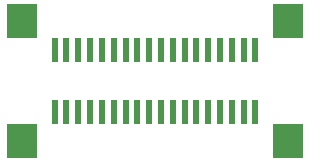
<source format=gbr>
%TF.GenerationSoftware,KiCad,Pcbnew,(5.1.12)-1*%
%TF.CreationDate,2022-01-29T13:47:59+00:00*%
%TF.ProjectId,RGBtoHDMI CDTV v2 - Mouse and Joystick Adapter - FFC Extender,52474274-6f48-4444-9d49-204344545620,rev?*%
%TF.SameCoordinates,Original*%
%TF.FileFunction,Soldermask,Top*%
%TF.FilePolarity,Negative*%
%FSLAX46Y46*%
G04 Gerber Fmt 4.6, Leading zero omitted, Abs format (unit mm)*
G04 Created by KiCad (PCBNEW (5.1.12)-1) date 2022-01-29 13:47:59*
%MOMM*%
%LPD*%
G01*
G04 APERTURE LIST*
%ADD10R,2.500000X3.000000*%
%ADD11R,0.600000X2.000000*%
G04 APERTURE END LIST*
D10*
%TO.C,FFC2*%
X146915800Y-70694000D03*
X169415800Y-70694000D03*
D11*
X166665800Y-68244000D03*
X165665800Y-68244000D03*
X164665800Y-68244000D03*
X163665800Y-68244000D03*
X162665800Y-68244000D03*
X161665800Y-68244000D03*
X160665800Y-68244000D03*
X159665800Y-68244000D03*
X158665800Y-68244000D03*
X157665800Y-68244000D03*
X156665800Y-68244000D03*
X155665800Y-68244000D03*
X154665800Y-68244000D03*
X153665800Y-68244000D03*
X152665800Y-68244000D03*
X151665800Y-68244000D03*
X150665800Y-68244000D03*
X149665800Y-68244000D03*
%TD*%
D10*
%TO.C,FFC1*%
X169419000Y-60497000D03*
X146919000Y-60497000D03*
D11*
X149669000Y-62947000D03*
X150669000Y-62947000D03*
X151669000Y-62947000D03*
X152669000Y-62947000D03*
X153669000Y-62947000D03*
X154669000Y-62947000D03*
X155669000Y-62947000D03*
X156669000Y-62947000D03*
X157669000Y-62947000D03*
X158669000Y-62947000D03*
X159669000Y-62947000D03*
X160669000Y-62947000D03*
X161669000Y-62947000D03*
X162669000Y-62947000D03*
X163669000Y-62947000D03*
X164669000Y-62947000D03*
X165669000Y-62947000D03*
X166669000Y-62947000D03*
%TD*%
M02*

</source>
